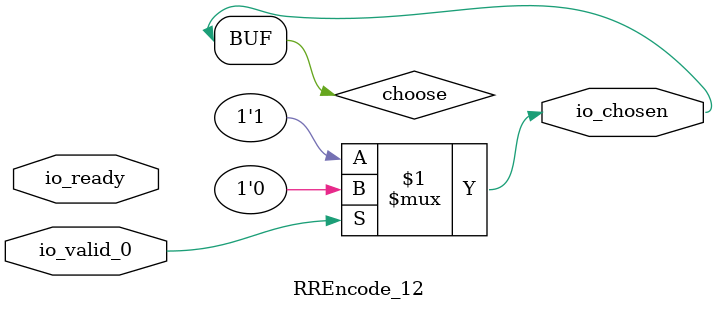
<source format=v>
module RREncode_12(
    input  io_valid_0,
    output io_chosen,
    input  io_ready);
  wire choose;
  assign io_chosen = choose;
  assign choose = io_valid_0 ? 1'h0 : 1'h1;
endmodule
</source>
